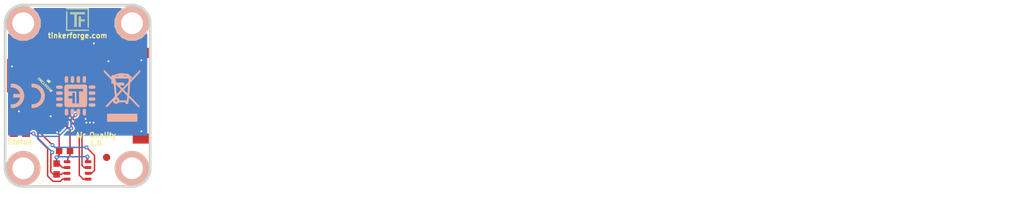
<source format=kicad_pcb>
(kicad_pcb (version 4) (host pcbnew 4.0.2+dfsg1-stable)
  (title_block (title "VOC Bricklet") (date 2017-11-13) (rev 1.0) (company "Tinkerforge GmbH") (comment 1 "Licensed under CERN OHL v.1.1") (comment 2 "Copyright (©) 2017, L.Lauer <lukas@tinkerforge.com>"))
  (layers (0 F.Cu signal) (31 B.Cu signal hide) (34 B.Paste user) (35 F.Paste user) (36 B.SilkS user) (37 F.SilkS user) (38 B.Mask user) (39 F.Mask user) (44 Edge.Cuts user))
  (net 0 "")
  (net 1 GND)
  (net 2 VCC)
  (net 3 "Net-(D101-Pad2)")
  (net 4 "Net-(P101-Pad4)")
  (net 5 "Net-(P101-Pad5)")
  (net 6 "Net-(P101-Pad6)")
  (net 7 "Net-(C102-Pad2)")
  (net 8 "Net-(R101-Pad1)")
  (net 9 S-MISO)
  (net 10 S-CS)
  (net 11 S-CLK)
  (net 12 S-MOSI)
  (net 13 "Net-(P102-Pad1)")
  (net 14 "Net-(P103-Pad2)")
  (net 15 M-CS)
  (net 16 M-MOSI)
  (net 17 M-CLK)
  (net 18 M-MISO)
  (net 19 +5V)
  (net 20 "Net-(U2-Pad1)")
  (net 21 "Net-(U2-Pad2)")
  (net 22 "Net-(U2-Pad4)")
  (net 23 "Net-(U2-Pad5)")
  (net 24 "Net-(U2-Pad6)")
  (net 25 "Net-(U2-Pad8)")
  (net 26 "Net-(U2-Pad9)")
  (net 27 "Net-(U2-Pad10)")
  (net 28 "Net-(U2-Pad11)")
  (net 29 "Net-(U2-Pad12)")
  (net 30 "Net-(U2-Pad14)")
  (net 31 "Net-(U2-Pad15)")
  (net 32 "Net-(U2-Pad16)")
  (net 33 "Net-(U2-Pad20)")
  (net 34 "Net-(U2-Pad21)")
  (net 35 "Net-(U2-Pad22)")
  (net 36 "Net-(U2-Pad23)")
  (net 37 "Net-(U2-Pad24)")
  (net 38 "Net-(U2-Pad25)")
  (net 39 "Net-(U2-Pad26)")
  (net 40 "Net-(U2-Pad28)")
  (net 41 "Net-(U2-Pad29)")
  (net 42 "Net-(U2-Pad30)")
  (net 43 "Net-(U2-Pad31)")
  (net 44 "Net-(U2-Pad32)")
  (net 45 "Net-(U2-Pad34)")
  (net 46 "Net-(U2-Pad41)")
  (net 47 "Net-(U2-Pad42)")
  (net 48 "Net-(U2-Pad43)")
  (net 49 "Net-(U2-Pad47)")
  (net 50 "Net-(U2-Pad48)")
  (module kicad-libraries:Logo_31x31 (layer F.Cu) (at 143.5 128.9)
    (fp_text reference G*** hide)
    (fp_text value Logo_31x31 hide)
  )
  (module kicad-libraries:Logo_CoMCU (layer B.Cu) (at 144.84 141.01 180)
    (fp_text reference G*** hide)
    (fp_text value LOGO hide)
  )
  (module kicad-libraries:WEEE_7mm (layer B.Cu) (at 151.24 141.01 180)
    (fp_text reference G*** hide)
    (fp_text value LOGO hide)
  )
  (module kicad-libraries:CE_5mm (layer B.Cu) (at 138.19 141.01 180)
    (fp_text reference VAL hide)
    (fp_text value CE_5mm hide)
  )
  (module kicad-libraries:Fiducial_Mark (layer F.Cu) (at 149.1 149.5)
    (fp_text reference Fiducial_Mark hide)
    (fp_text value VAL** hide)
    (pad 1 smd circle (at 0 0) (size 1.00076 1.00076) (layers F.Cu F.Paste F.Mask) (clearance 0.65024))
  )
  (module kicad-libraries:Fiducial_Mark (layer F.Cu) (at 153.6 137.5)
    (fp_text reference Fiducial_Mark hide)
    (fp_text value VAL** hide)
    (pad 1 smd circle (at 0 0) (size 1.00076 1.00076) (layers F.Cu F.Paste F.Mask) (clearance 0.65024))
  )
  (module kicad-libraries:DEBUG_PAD (layer F.Cu) (at 143.62 133.93 270)
    (fp_text reference P102)
    (fp_text value DEBUG)
    (pad 1 smd circle (at 0 0 270) (size 0.7 0.7) (layers F.Cu F.Paste F.Mask) (net 13 "Net-(P102-Pad1)"))
  )
  (module kicad-libraries:SolderJumper (layer F.Cu) (at 146.6 134.53 225)
    (fp_text reference P103)
    (fp_text value BOOT)
    (pad 2 smd rect (at 0.55 0 225) (size 0.3 1.4) (layers F.Cu F.Mask) (net 14 "Net-(P103-Pad2)"))
    (pad 2 smd rect (at 0.15 0 225) (size 0.6 0.5) (layers F.Cu F.Mask) (net 14 "Net-(P103-Pad2)"))
    (pad 1 smd rect (at -0.5 0 225) (size 0.4 1.4) (layers F.Cu F.Mask) (net 1 GND))
    (pad 1 smd rect (at -0.225 0.55 225) (size 0.95 0.3) (layers F.Cu F.Mask) (net 1 GND))
    (pad 1 smd rect (at -0.225 -0.55 225) (size 0.95 0.3) (layers F.Cu F.Mask) (net 1 GND))
  )
  (module kicad-libraries:QFN48-EP2 (layer F.Cu) (at 141.1 139 135)
    (fp_text reference U2 (at 0 0 135) (layer F.SilkS) (effects (font (size 0.29972 0.29972) (thickness 0.0762))))
    (fp_text value XMC1XXX48 (at 0 -0.7 135) (layer F.SilkS) (effects (font (size 0.29972 0.29972) (thickness 0.0762))))
    (pad 1 smd rect (at -2.74828 3.61188 315) (size 0.29972 1.14808) (layers F.Cu F.Paste F.Mask) (net 20 "Net-(U2-Pad1)"))
    (pad 2 smd rect (at -2.2479 3.61188 315) (size 0.29972 1.14808) (layers F.Cu F.Paste F.Mask) (net 21 "Net-(U2-Pad2)"))
    (pad 3 smd rect (at -1.74752 3.61188 315) (size 0.29972 1.14808) (layers F.Cu F.Paste F.Mask) (net 9 S-MISO))
    (pad 4 smd rect (at -1.24968 3.61188 315) (size 0.29972 1.14808) (layers F.Cu F.Paste F.Mask) (net 22 "Net-(U2-Pad4)"))
    (pad 5 smd rect (at -0.7493 3.61188 315) (size 0.29972 1.14808) (layers F.Cu F.Paste F.Mask) (net 23 "Net-(U2-Pad5)"))
    (pad 6 smd rect (at -0.24892 3.61188 315) (size 0.29972 1.14808) (layers F.Cu F.Paste F.Mask) (net 24 "Net-(U2-Pad6)"))
    (pad 7 smd rect (at 0.24892 3.61188 315) (size 0.29972 1.14808) (layers F.Cu F.Paste F.Mask) (net 14 "Net-(P103-Pad2)"))
    (pad 8 smd rect (at 0.7493 3.61188 315) (size 0.29972 1.14808) (layers F.Cu F.Paste F.Mask) (net 25 "Net-(U2-Pad8)"))
    (pad 9 smd rect (at 1.24968 3.61188 315) (size 0.29972 1.14808) (layers F.Cu F.Paste F.Mask) (net 26 "Net-(U2-Pad9)"))
    (pad 10 smd rect (at 1.74752 3.61188 315) (size 0.29972 1.14808) (layers F.Cu F.Paste F.Mask) (net 27 "Net-(U2-Pad10)"))
    (pad 11 smd rect (at 2.2479 3.61188 315) (size 0.29972 1.14808) (layers F.Cu F.Paste F.Mask) (net 28 "Net-(U2-Pad11)"))
    (pad 12 smd rect (at 2.74828 3.61188 315) (size 0.29972 1.14808) (layers F.Cu F.Paste F.Mask) (net 29 "Net-(U2-Pad12)"))
    (pad 13 smd rect (at 3.61188 2.74828 45) (size 0.29972 1.14808) (layers F.Cu F.Paste F.Mask) (net 13 "Net-(P102-Pad1)"))
    (pad 14 smd rect (at 3.61188 2.2479 45) (size 0.29972 1.14808) (layers F.Cu F.Paste F.Mask) (net 30 "Net-(U2-Pad14)"))
    (pad 15 smd rect (at 3.61188 1.74752 45) (size 0.29972 1.14808) (layers F.Cu F.Paste F.Mask) (net 31 "Net-(U2-Pad15)"))
    (pad 16 smd rect (at 3.61188 1.24968 45) (size 0.29972 1.14808) (layers F.Cu F.Paste F.Mask) (net 32 "Net-(U2-Pad16)"))
    (pad 17 smd rect (at 3.61188 0.7493 45) (size 0.29972 1.14808) (layers F.Cu F.Paste F.Mask) (net 1 GND))
    (pad 18 smd rect (at 3.61188 0.24892 45) (size 0.29972 1.14808) (layers F.Cu F.Paste F.Mask) (net 2 VCC))
    (pad 19 smd rect (at 3.61188 -0.24892 45) (size 0.29972 1.14808) (layers F.Cu F.Paste F.Mask) (net 2 VCC))
    (pad 20 smd rect (at 3.61188 -0.7493 45) (size 0.29972 1.14808) (layers F.Cu F.Paste F.Mask) (net 33 "Net-(U2-Pad20)"))
    (pad 21 smd rect (at 3.61188 -1.24968 45) (size 0.29972 1.14808) (layers F.Cu F.Paste F.Mask) (net 34 "Net-(U2-Pad21)"))
    (pad 22 smd rect (at 3.61188 -1.74752 45) (size 0.29972 1.14808) (layers F.Cu F.Paste F.Mask) (net 35 "Net-(U2-Pad22)"))
    (pad 23 smd rect (at 3.61188 -2.2479 45) (size 0.29972 1.14808) (layers F.Cu F.Paste F.Mask) (net 36 "Net-(U2-Pad23)"))
    (pad 24 smd rect (at 3.61188 -2.74828 45) (size 0.29972 1.14808) (layers F.Cu F.Paste F.Mask) (net 37 "Net-(U2-Pad24)"))
    (pad 25 smd rect (at 2.74828 -3.61188 135) (size 0.29972 1.14808) (layers F.Cu F.Paste F.Mask) (net 38 "Net-(U2-Pad25)"))
    (pad 26 smd rect (at 2.2479 -3.61188 135) (size 0.29972 1.14808) (layers F.Cu F.Paste F.Mask) (net 39 "Net-(U2-Pad26)"))
    (pad 27 smd rect (at 1.74752 -3.61188 135) (size 0.29972 1.14808) (layers F.Cu F.Paste F.Mask) (net 2 VCC))
    (pad 28 smd rect (at 1.24968 -3.61188 135) (size 0.29972 1.14808) (layers F.Cu F.Paste F.Mask) (net 40 "Net-(U2-Pad28)"))
    (pad 29 smd rect (at 0.7493 -3.61188 135) (size 0.29972 1.14808) (layers F.Cu F.Paste F.Mask) (net 41 "Net-(U2-Pad29)"))
    (pad 30 smd rect (at 0.24892 -3.61188 135) (size 0.29972 1.14808) (layers F.Cu F.Paste F.Mask) (net 42 "Net-(U2-Pad30)"))
    (pad 31 smd rect (at -0.24892 -3.61188 135) (size 0.29972 1.14808) (layers F.Cu F.Paste F.Mask) (net 43 "Net-(U2-Pad31)"))
    (pad 32 smd rect (at -0.7493 -3.61188 135) (size 0.29972 1.14808) (layers F.Cu F.Paste F.Mask) (net 44 "Net-(U2-Pad32)"))
    (pad 33 smd rect (at -1.24968 -3.61188 135) (size 0.29972 1.14808) (layers F.Cu F.Paste F.Mask) (net 8 "Net-(R101-Pad1)"))
    (pad 34 smd rect (at -1.74752 -3.61188 135) (size 0.29972 1.14808) (layers F.Cu F.Paste F.Mask) (net 45 "Net-(U2-Pad34)"))
    (pad 35 smd rect (at -2.2479 -3.61188 135) (size 0.29972 1.14808) (layers F.Cu F.Paste F.Mask) (net 18 M-MISO))
    (pad 36 smd rect (at -2.74828 -3.61188 135) (size 0.29972 1.14808) (layers F.Cu F.Paste F.Mask) (net 16 M-MOSI))
    (pad 37 smd rect (at -3.60934 -2.74828 225) (size 0.29972 1.15062) (layers F.Cu F.Paste F.Mask) (net 1 GND))
    (pad 38 smd rect (at -3.61188 -2.2479 225) (size 0.29972 1.14808) (layers F.Cu F.Paste F.Mask) (net 2 VCC))
    (pad 39 smd rect (at -3.61188 -1.74752 225) (size 0.29972 1.14808) (layers F.Cu F.Paste F.Mask) (net 17 M-CLK))
    (pad 40 smd rect (at -3.61188 -1.24968 225) (size 0.29972 1.14808) (layers F.Cu F.Paste F.Mask) (net 15 M-CS))
    (pad 41 smd rect (at -3.61188 -0.7493 225) (size 0.29972 1.14808) (layers F.Cu F.Paste F.Mask) (net 46 "Net-(U2-Pad41)"))
    (pad 42 smd rect (at -3.61188 -0.24892 225) (size 0.29972 1.14808) (layers F.Cu F.Paste F.Mask) (net 47 "Net-(U2-Pad42)"))
    (pad 43 smd rect (at -3.61188 0.24892 225) (size 0.29972 1.14808) (layers F.Cu F.Paste F.Mask) (net 48 "Net-(U2-Pad43)"))
    (pad 44 smd rect (at -3.61188 0.7493 225) (size 0.29972 1.14808) (layers F.Cu F.Paste F.Mask) (net 10 S-CS))
    (pad 45 smd rect (at -3.61188 1.24968 225) (size 0.29972 1.14808) (layers F.Cu F.Paste F.Mask) (net 11 S-CLK))
    (pad 46 smd rect (at -3.61188 1.74752 225) (size 0.29972 1.14808) (layers F.Cu F.Paste F.Mask) (net 12 S-MOSI))
    (pad 47 smd rect (at -3.61188 2.2479 225) (size 0.29972 1.14808) (layers F.Cu F.Paste F.Mask) (net 49 "Net-(U2-Pad47)"))
    (pad 48 smd rect (at -3.61188 2.74828 225) (size 0.29972 1.14808) (layers F.Cu F.Paste F.Mask) (net 50 "Net-(U2-Pad48)"))
    (pad EP smd rect (at 0 0 135) (size 3.5 3.5) (layers F.Cu F.Paste F.Mask) (net 1 GND))
  )
  (module kicad-libraries:BME680 (layer F.Cu) (at 145.1 151.3 270)
    (fp_text reference U1)
    (fp_text value BME680)
    (pad 2 smd rect (at -0.4 -1.45 270) (size 0.4 0.9) (layers F.Cu F.Paste F.Mask) (net 15 M-CS))
    (pad 3 smd rect (at 0.4 -1.45 270) (size 0.4 0.9) (layers F.Cu F.Paste F.Mask) (net 16 M-MOSI))
    (pad 4 smd rect (at 1.2 -1.45 270) (size 0.4 0.9) (layers F.Cu F.Paste F.Mask) (net 17 M-CLK))
    (pad 1 smd rect (at -1.2 -1.45 270) (size 0.4 0.9) (layers F.Cu F.Paste F.Mask) (net 1 GND))
    (pad 8 smd rect (at -1.2 1.45 270) (size 0.4 0.9) (layers F.Cu F.Paste F.Mask) (net 2 VCC))
    (pad 5 smd rect (at 1.2 1.45 270) (size 0.4 0.9) (layers F.Cu F.Paste F.Mask) (net 18 M-MISO))
    (pad 7 smd rect (at -0.4 1.45 270) (size 0.4 0.9) (layers F.Cu F.Paste F.Mask) (net 1 GND))
    (pad 6 smd rect (at 0.4 1.45 270) (size 0.4 0.9) (layers F.Cu F.Paste F.Mask) (net 2 VCC))
  )
  (module kicad-libraries:C0603F (layer F.Cu) (at 142.2 151.1 90)
    (fp_text reference C1)
    (fp_text value 100nF)
    (pad 1 smd rect (at -0.75 0 90) (size 0.9 0.9) (layers F.Cu F.Paste F.Mask) (net 2 VCC))
    (pad 2 smd rect (at 0.75 0 90) (size 0.9 0.9) (layers F.Cu F.Paste F.Mask) (net 1 GND))
  )
  (module kicad-libraries:C0603F (layer F.Cu) (at 137 142.1 315)
    (fp_text reference C2)
    (fp_text value 100nF)
    (pad 1 smd rect (at -0.75 0 315) (size 0.9 0.9) (layers F.Cu F.Paste F.Mask) (net 2 VCC))
    (pad 2 smd rect (at 0.75 0 315) (size 0.9 0.9) (layers F.Cu F.Paste F.Mask) (net 1 GND))
  )
  (module kicad-libraries:C0603F (layer F.Cu) (at 137.1 135.9 225)
    (fp_text reference C3)
    (fp_text value 100nF)
    (pad 1 smd rect (at -0.75 0 225) (size 0.9 0.9) (layers F.Cu F.Paste F.Mask) (net 2 VCC))
    (pad 2 smd rect (at 0.75 0 225) (size 0.9 0.9) (layers F.Cu F.Paste F.Mask) (net 1 GND))
  )
  (module kicad-libraries:C0805 (layer F.Cu) (at 148.5 143.4 90)
    (fp_text reference C101)
    (fp_text value 10uF)
    (pad 1 smd rect (at -1.00076 0 90) (size 1.00076 1.24968) (layers F.Cu F.Paste F.Mask) (net 1 GND) (clearance 0.14986))
    (pad 2 smd rect (at 1.00076 0 90) (size 1.00076 1.24968) (layers F.Cu F.Paste F.Mask) (net 2 VCC) (clearance 0.14986))
  )
  (module kicad-libraries:C0402F (layer F.Cu) (at 148.7 136.75 270)
    (fp_text reference C102)
    (fp_text value 220pF)
    (pad 2 smd rect (at 0.5 0 270) (size 0.6 0.7) (layers F.Cu F.Paste F.Mask) (net 7 "Net-(C102-Pad2)"))
    (pad 1 smd rect (at -0.5 0 270) (size 0.6 0.7) (layers F.Cu F.Paste F.Mask) (net 1 GND))
  )
  (module kicad-libraries:C0603F (layer F.Cu) (at 147 143.2 90)
    (fp_text reference C103)
    (fp_text value 1uF)
    (pad 1 smd rect (at -0.75 0 90) (size 0.9 0.9) (layers F.Cu F.Paste F.Mask) (net 1 GND))
    (pad 2 smd rect (at 0.75 0 90) (size 0.9 0.9) (layers F.Cu F.Paste F.Mask) (net 2 VCC))
  )
  (module kicad-libraries:C0603F (layer F.Cu) (at 142.27 144.98 225)
    (fp_text reference C104)
    (fp_text value 100nF)
    (pad 1 smd rect (at -0.75 0 225) (size 0.9 0.9) (layers F.Cu F.Paste F.Mask) (net 2 VCC))
    (pad 2 smd rect (at 0.75 0 225) (size 0.9 0.9) (layers F.Cu F.Paste F.Mask) (net 1 GND))
  )
  (module kicad-libraries:C0603F (layer F.Cu) (at 143.3 148.6 180)
    (fp_text reference C105)
    (fp_text value 100nF)
    (pad 1 smd rect (at -0.75 0 180) (size 0.9 0.9) (layers F.Cu F.Paste F.Mask) (net 2 VCC))
    (pad 2 smd rect (at 0.75 0 180) (size 0.9 0.9) (layers F.Cu F.Paste F.Mask) (net 1 GND))
  )
  (module kicad-libraries:D0603E (layer F.Cu) (at 137.14 146.18 180)
    (fp_text reference D101)
    (fp_text value blue)
    (pad 1 smd rect (at -0.8501 0 180) (size 1.1 1) (layers F.Cu F.Paste F.Mask) (net 2 VCC))
    (pad 2 smd rect (at 0.8501 0 180) (size 1.1 1) (layers F.Cu F.Paste F.Mask) (net 3 "Net-(D101-Pad2)"))
  )
  (module kicad-libraries:CON-SENSOR2 (layer F.Cu) (at 155.1 141 90)
    (fp_text reference P101)
    (fp_text value CON-SENSOR2)
    (pad 1 smd rect (at -3.75 -4.6 90) (size 0.6 1.8) (layers F.Cu F.Paste F.Mask) (net 19 +5V))
    (pad 2 smd rect (at -2.5 -4.6 90) (size 0.6 1.8) (layers F.Cu F.Paste F.Mask) (net 1 GND))
    (pad EP smd rect (at -5.9 -1.2 90) (size 1.4 2.4) (layers F.Cu F.Paste F.Mask) (net 1 GND))
    (pad EP smd rect (at 5.9 -1.2 90) (size 1.4 2.4) (layers F.Cu F.Paste F.Mask) (net 1 GND))
    (pad 3 smd rect (at -1.25 -4.6 90) (size 0.6 1.8) (layers F.Cu F.Paste F.Mask) (net 2 VCC))
    (pad 4 smd rect (at 0 -4.6 90) (size 0.6 1.8) (layers F.Cu F.Paste F.Mask) (net 4 "Net-(P101-Pad4)"))
    (pad 5 smd rect (at 1.25 -4.6 90) (size 0.6 1.8) (layers F.Cu F.Paste F.Mask) (net 5 "Net-(P101-Pad5)"))
    (pad 6 smd rect (at 2.5 -4.6 90) (size 0.6 1.8) (layers F.Cu F.Paste F.Mask) (net 6 "Net-(P101-Pad6)"))
    (pad 7 smd rect (at 3.75 -4.6 90) (size 0.6 1.8) (layers F.Cu F.Paste F.Mask) (net 7 "Net-(C102-Pad2)"))
  )
  (module kicad-libraries:R0603F (layer F.Cu) (at 137.14 144.83 180)
    (fp_text reference R101)
    (fp_text value 1k)
    (pad 1 smd rect (at -0.75 0 180) (size 0.9 0.9) (layers F.Cu F.Paste F.Mask) (net 8 "Net-(R101-Pad1)"))
    (pad 2 smd rect (at 0.75 0 180) (size 0.9 0.9) (layers F.Cu F.Paste F.Mask) (net 3 "Net-(D101-Pad2)"))
  )
  (module kicad-libraries:4X0402 (layer F.Cu) (at 148.19 139.42 90)
    (fp_text reference RP101)
    (fp_text value 82)
    (pad 1 smd rect (at -0.7493 0.575 270) (size 0.29972 0.65) (layers F.Cu F.Paste F.Mask) (net 4 "Net-(P101-Pad4)"))
    (pad 2 smd rect (at -0.24892 0.575 270) (size 0.29972 0.65) (layers F.Cu F.Paste F.Mask) (net 5 "Net-(P101-Pad5)"))
    (pad 3 smd rect (at 0.24892 0.575 270) (size 0.29972 0.65) (layers F.Cu F.Paste F.Mask) (net 6 "Net-(P101-Pad6)"))
    (pad 4 smd rect (at 0.7493 0.575 270) (size 0.29972 0.65) (layers F.Cu F.Paste F.Mask) (net 7 "Net-(C102-Pad2)"))
    (pad 5 smd rect (at 0.7493 -0.575 90) (size 0.29972 0.65) (layers F.Cu F.Paste F.Mask) (net 9 S-MISO))
    (pad 6 smd rect (at 0.24892 -0.575 90) (size 0.29972 0.65) (layers F.Cu F.Paste F.Mask) (net 12 S-MOSI))
    (pad 7 smd rect (at -0.24892 -0.575 90) (size 0.29972 0.65) (layers F.Cu F.Paste F.Mask) (net 11 S-CLK))
    (pad 8 smd rect (at -0.7493 -0.575 90) (size 0.29972 0.65) (layers F.Cu F.Paste F.Mask) (net 10 S-CS))
  )
  (module kicad-libraries:DRILL_NP (layer F.Cu) (at 152.6 131)
    (fp_text reference U103 hide)
    (fp_text value DRILL hide)
    (pad "" np_thru_hole circle (at 0 0) (size 2.99974 2.99974) (drill 2.99974) (layers *.Cu *.Mask F.SilkS) (clearance 0.89916))
  )
  (module kicad-libraries:DRILL_NP (layer F.Cu) (at 152.6 151)
    (fp_text reference U104 hide)
    (fp_text value DRILL hide)
    (pad "" np_thru_hole circle (at 0 0) (size 2.99974 2.99974) (drill 2.99974) (layers *.Cu *.Mask F.SilkS) (clearance 0.89916))
  )
  (module kicad-libraries:DRILL_NP (layer F.Cu) (at 137.6 131)
    (fp_text reference U105 hide)
    (fp_text value DRILL hide)
    (pad "" np_thru_hole circle (at 0 0) (size 2.99974 2.99974) (drill 2.99974) (layers *.Cu *.Mask F.SilkS) (clearance 0.89916))
  )
  (module kicad-libraries:DRILL_NP (layer F.Cu) (at 137.6 151)
    (fp_text reference U106 hide)
    (fp_text value DRILL hide)
    (pad "" np_thru_hole circle (at 0 0) (size 2.99974 2.99974) (drill 2.99974) (layers *.Cu *.Mask F.SilkS) (clearance 0.89916))
  )
  (gr_line (start 137.6 128.5) (end 152.6 128.5) (angle 90) (layer Edge.Cuts) (width 0.381))
  (gr_line (start 135.1 151) (end 135.1 131) (angle 90) (layer Edge.Cuts) (width 0.381))
  (gr_line (start 137.6 153.5) (end 152.6 153.5) (angle 90) (layer Edge.Cuts) (width 0.381))
  (gr_arc (start 137.6 151) (end 137.6 153.5) (angle 90) (layer Edge.Cuts) (width 0.381))
  (gr_arc (start 137.6 131) (end 135.1 131) (angle 90) (layer Edge.Cuts) (width 0.381))
  (gr_text Status (at 137.14 147.36) (layer F.SilkS) (effects (font (size 0.7 0.7))))
  (gr_text "Air Quality\n1.0" (at 147.6 147) (layer F.SilkS) (effects (font (size 0.7 0.7))))
  (gr_text tinkerforge.com (at 145.1 132.7) (layer F.SilkS) (effects (font (size 0.7 0.7))))
  (gr_line (start 155.1 151) (end 155.1 131) (angle 90) (layer Edge.Cuts) (width 0.381))
  (gr_arc (start 152.6 151) (end 155.1 151) (angle 90) (layer Edge.Cuts) (width 0.381))
  (gr_arc (start 152.6 131) (end 152.6 128.5) (angle 90) (layer Edge.Cuts) (width 0.381))
  (segment (start 148.7 136.25) (end 149.35 136.25) (width 0.55) (layer F.Cu) (net 1))
  (via (at 149.35 136.25) (size 0.55) (drill 0.25) (layers F.Cu B.Cu) (net 1))
  (segment (start 143.65 150.9) (end 143 150.9) (width 0.2) (layer F.Cu) (net 1))
  (segment (start 143 150.9) (end 142.45 150.35) (width 0.2) (layer F.Cu) (net 1))
  (segment (start 142.45 150.35) (end 142.2 150.35) (width 0.2) (layer F.Cu) (net 1))
  (via (at 142.2 149.5) (size 0.55) (drill 0.25) (layers F.Cu B.Cu) (net 1))
  (via (at 146.45 149.41) (size 0.55) (drill 0.25) (layers F.Cu B.Cu) (net 1))
  (segment (start 146.45 150.1) (end 146.45 149.41) (width 0.3) (layer F.Cu) (net 1))
  (segment (start 142.29 149.41) (end 146.45 149.41) (width 0.2) (layer B.Cu) (net 1))
  (segment (start 142.29 149.41) (end 142.2 149.5) (width 0.2) (layer B.Cu) (net 1))
  (segment (start 142.55 148.6) (end 142.55 146.32) (width 0.2) (layer F.Cu) (net 1))
  (via (at 142.27 146.04) (size 0.55) (drill 0.25) (layers F.Cu B.Cu) (net 1))
  (segment (start 142.27 146.04) (end 141.74033 145.51033) (width 0.55) (layer F.Cu) (net 1))
  (segment (start 142.55 146.32) (end 142.27 146.04) (width 0.2) (layer F.Cu) (net 1))
  (segment (start 142.55 148.6) (end 142.55 149.15) (width 0.2) (layer F.Cu) (net 1))
  (segment (start 142.2 149.5) (end 142.2 150.35) (width 0.2) (layer F.Cu) (net 1))
  (segment (start 142.55 149.15) (end 142.2 149.5) (width 0.2) (layer F.Cu) (net 1))
  (segment (start 143.75 150.9) (end 143.5 150.9) (width 0.2) (layer F.Cu) (net 1))
  (segment (start 146.953553 134.176447) (end 146.953553 134.166447) (width 0.3) (layer F.Cu) (net 1))
  (segment (start 146.953553 134.166447) (end 147.34 133.78) (width 0.3) (layer F.Cu) (net 1))
  (via (at 147.34 133.78) (size 0.55) (drill 0.25) (layers F.Cu B.Cu) (net 1))
  (segment (start 146.953553 134.176447) (end 146.953553 134.183553) (width 0.2) (layer F.Cu) (net 1))
  (segment (start 146.953553 134.183553) (end 147.27 134.5) (width 0.2) (layer F.Cu) (net 1))
  (segment (start 147.27 134.5) (end 147.27 134.65) (width 0.2) (layer F.Cu) (net 1))
  (segment (start 147.27 134.65) (end 147.05 134.87) (width 0.2) (layer F.Cu) (net 1))
  (segment (start 147.05 134.87) (end 147.148008 134.75981) (width 0.2) (layer F.Cu) (net 1))
  (segment (start 146.37019 133.981992) (end 146.438008 133.981992) (width 0.2) (layer F.Cu) (net 1))
  (segment (start 146.438008 133.981992) (end 146.61 133.81) (width 0.2) (layer F.Cu) (net 1))
  (segment (start 146.61 133.81) (end 146.61 133.86) (width 0.2) (layer F.Cu) (net 1))
  (segment (start 146.61 133.86) (end 146.93 134.18) (width 0.2) (layer F.Cu) (net 1))
  (segment (start 146.93 134.18) (end 146.953553 134.176447) (width 0.2) (layer F.Cu) (net 1))
  (segment (start 141.73967 145.51033) (end 141.74033 145.51033) (width 0.55) (layer F.Cu) (net 1))
  (via (at 137.01 143.15) (size 0.55) (drill 0.25) (layers F.Cu B.Cu) (net 1))
  (segment (start 137.52967 142.63033) (end 137.01 143.15) (width 0.55) (layer F.Cu) (net 1))
  (segment (start 137.53033 142.63033) (end 137.52967 142.63033) (width 0.55) (layer F.Cu) (net 1))
  (via (at 136.04 136.96) (size 0.55) (drill 0.25) (layers F.Cu B.Cu) (net 1))
  (segment (start 136.56967 136.43033) (end 136.04 136.96) (width 0.55) (layer F.Cu) (net 1))
  (segment (start 141.708861 143.495516) (end 141.704484 143.495516) (width 0.2) (layer F.Cu) (net 1))
  (segment (start 141.704484 143.495516) (end 141.38 143.82) (width 0.2) (layer F.Cu) (net 1))
  (via (at 141.38 143.82) (size 0.55) (drill 0.25) (layers F.Cu B.Cu) (net 1))
  (via (at 141.1 139) (size 0.55) (drill 0.25) (layers F.Cu B.Cu) (net 1))
  (segment (start 141.1 137.94) (end 141.1 139) (width 0.2) (layer F.Cu) (net 1))
  (segment (start 141.546447 140.1) (end 141.5 140.1) (width 0.25) (layer F.Cu) (net 1))
  (segment (start 153.9 135.1) (end 153.9 136.1) (width 0.55) (layer F.Cu) (net 1))
  (via (at 153.9 136.1) (size 0.55) (drill 0.25) (layers F.Cu B.Cu) (net 1))
  (segment (start 153.9 146.9) (end 153.9 145.9) (width 0.55) (layer F.Cu) (net 1))
  (via (at 153.9 145.9) (size 0.55) (drill 0.25) (layers F.Cu B.Cu) (net 1))
  (segment (start 148.5 144.40076) (end 147.90076 144.40076) (width 0.5) (layer F.Cu) (net 1))
  (segment (start 147.90076 144.40076) (end 147.45 143.95) (width 0.55) (layer F.Cu) (net 1))
  (segment (start 147.45 143.95) (end 147 143.95) (width 0.5) (layer F.Cu) (net 1))
  (segment (start 150.5 143.5) (end 149.9 143.5) (width 0.5) (layer F.Cu) (net 1))
  (segment (start 149.9 143.5) (end 148.99924 144.40076) (width 0.5) (layer F.Cu) (net 1))
  (segment (start 148.99924 144.40076) (end 148.5 144.40076) (width 0.5) (layer F.Cu) (net 1))
  (segment (start 147 143.95) (end 146.45 143.95) (width 0.55) (layer F.Cu) (net 1))
  (via (at 146.2 144.2) (size 0.55) (drill 0.25) (layers F.Cu B.Cu) (net 1))
  (segment (start 146.45 143.95) (end 146.2 144.2) (width 0.55) (layer F.Cu) (net 1))
  (segment (start 147 143.95) (end 146.95 143.95) (width 0.5) (layer F.Cu) (net 1))
  (segment (start 146.95 143.95) (end 146.3 144.6) (width 0.55) (layer F.Cu) (net 1))
  (via (at 146.3 144.7) (size 0.55) (drill 0.25) (layers F.Cu B.Cu) (net 1))
  (segment (start 146.3 144.6) (end 146.3 144.7) (width 0.55) (layer F.Cu) (net 1))
  (segment (start 147 143.95) (end 147 144.5) (width 0.55) (layer F.Cu) (net 1))
  (via (at 146.8 144.7) (size 0.55) (drill 0.25) (layers F.Cu B.Cu) (net 1))
  (segment (start 147 144.5) (end 146.8 144.7) (width 0.55) (layer F.Cu) (net 1))
  (segment (start 147 143.95) (end 147 144.4) (width 0.55) (layer F.Cu) (net 1))
  (segment (start 147 144.4) (end 147.3 144.7) (width 0.55) (layer F.Cu) (net 1))
  (via (at 147.3 144.7) (size 0.55) (drill 0.25) (layers F.Cu B.Cu) (net 1))
  (segment (start 139.07585 135.91618) (end 139.07618 135.91618) (width 0.2) (layer F.Cu) (net 1))
  (segment (start 139.07618 135.91618) (end 141.1 137.94) (width 0.2) (layer F.Cu) (net 1))
  (segment (start 142.2 151.85) (end 141.760002 151.85) (width 0.2) (layer F.Cu) (net 2))
  (segment (start 141.760002 151.85) (end 141.410002 151.5) (width 0.2) (layer F.Cu) (net 2))
  (segment (start 141.6 148.8) (end 139.4 146.6) (width 0.2) (layer B.Cu) (net 2))
  (via (at 141.6 148.8) (size 0.55) (drill 0.25) (layers F.Cu B.Cu) (net 2))
  (segment (start 141.410002 148.989998) (end 141.6 148.8) (width 0.2) (layer F.Cu) (net 2))
  (segment (start 141.410002 151.5) (end 141.410002 148.989998) (width 0.2) (layer F.Cu) (net 2))
  (segment (start 144.22 145.49) (end 143.61 145.49) (width 0.2) (layer B.Cu) (net 2))
  (segment (start 138.98 146.18) (end 137.9901 146.18) (width 0.2) (layer F.Cu) (net 2))
  (segment (start 139 146.2) (end 138.98 146.18) (width 0.2) (layer F.Cu) (net 2))
  (via (at 139 146.2) (size 0.55) (drill 0.25) (layers F.Cu B.Cu) (net 2))
  (segment (start 139.4 146.6) (end 139 146.2) (width 0.2) (layer B.Cu) (net 2))
  (segment (start 142.5 146.6) (end 139.4 146.6) (width 0.2) (layer B.Cu) (net 2))
  (segment (start 143.61 145.49) (end 142.5 146.6) (width 0.2) (layer B.Cu) (net 2))
  (segment (start 144.05 148.6) (end 144.05 145.66) (width 0.2) (layer F.Cu) (net 2))
  (segment (start 144.05 145.66) (end 144.22 145.49) (width 0.2) (layer F.Cu) (net 2))
  (segment (start 143.75 151.7) (end 143 151.7) (width 0.2) (layer F.Cu) (net 2))
  (segment (start 142.85 151.85) (end 142.2 151.85) (width 0.2) (layer F.Cu) (net 2))
  (segment (start 143 151.7) (end 142.85 151.85) (width 0.2) (layer F.Cu) (net 2))
  (segment (start 143.75 150.1) (end 143.75 149.55) (width 0.2) (layer F.Cu) (net 2))
  (segment (start 144.05 149.25) (end 144.05 148.6) (width 0.2) (layer F.Cu) (net 2))
  (segment (start 143.75 149.55) (end 144.05 149.25) (width 0.2) (layer F.Cu) (net 2))
  (via (at 144.22 145.49) (size 0.55) (drill 0.25) (layers F.Cu B.Cu) (net 2))
  (segment (start 147 142.45) (end 146 142.45) (width 0.3) (layer F.Cu) (net 2))
  (segment (start 144.81 143.64) (end 144.22 144.23) (width 0.3) (layer B.Cu) (net 2))
  (via (at 144.81 143.64) (size 0.55) (drill 0.25) (layers F.Cu B.Cu) (net 2))
  (segment (start 146 142.45) (end 144.81 143.64) (width 0.3) (layer F.Cu) (net 2))
  (segment (start 144.22 144.23) (end 144.22 145.49) (width 0.3) (layer B.Cu) (net 2))
  (segment (start 143.84 145.49) (end 144.22 145.49) (width 0.3) (layer F.Cu) (net 2))
  (segment (start 142.80033 144.45033) (end 143.84 145.49) (width 0.3) (layer F.Cu) (net 2))
  (segment (start 142.80033 144.44967) (end 142.80033 144.45033) (width 0.3) (layer F.Cu) (net 2))
  (segment (start 136.46967 141.56967) (end 136.46967 141.41967) (width 0.2) (layer F.Cu) (net 2))
  (segment (start 136.46967 141.41967) (end 135.48 140.43) (width 0.2) (layer F.Cu) (net 2))
  (segment (start 137.21066 134.95) (end 137.63033 135.36967) (width 0.2) (layer F.Cu) (net 2))
  (segment (start 136.55 134.95) (end 137.21066 134.95) (width 0.2) (layer F.Cu) (net 2))
  (segment (start 135.48 136.02) (end 136.55 134.95) (width 0.2) (layer F.Cu) (net 2))
  (segment (start 135.48 140.43) (end 135.48 136.02) (width 0.2) (layer F.Cu) (net 2))
  (segment (start 136.46967 141.56967) (end 136.46967 141.58033) (width 0.2) (layer F.Cu) (net 2))
  (segment (start 136.46967 141.58033) (end 136.05 142) (width 0.2) (layer F.Cu) (net 2))
  (segment (start 137.35 146.18) (end 137.9901 146.18) (width 0.2) (layer F.Cu) (net 2))
  (segment (start 137.13 145.96) (end 137.35 146.18) (width 0.2) (layer F.Cu) (net 2))
  (segment (start 137.13 144.12) (end 137.13 145.96) (width 0.2) (layer F.Cu) (net 2))
  (segment (start 136.05 143.04) (end 137.13 144.12) (width 0.2) (layer F.Cu) (net 2))
  (segment (start 136.05 142) (end 136.05 143.04) (width 0.2) (layer F.Cu) (net 2))
  (segment (start 142.06448 143.14349) (end 142.06448 143.15448) (width 0.2) (layer F.Cu) (net 2))
  (segment (start 142.06448 143.15448) (end 142.51 143.6) (width 0.2) (layer F.Cu) (net 2))
  (segment (start 142.51 143.6) (end 142.51 143.92) (width 0.2) (layer F.Cu) (net 2))
  (segment (start 142.51 143.92) (end 142.80033 144.21033) (width 0.2) (layer F.Cu) (net 2))
  (segment (start 142.80033 144.21033) (end 142.80033 144.44967) (width 0.2) (layer F.Cu) (net 2))
  (segment (start 137.310332 140.318302) (end 137.291698 140.318302) (width 0.2) (layer F.Cu) (net 2))
  (segment (start 137.291698 140.318302) (end 136.81 140.8) (width 0.2) (layer F.Cu) (net 2))
  (segment (start 136.81 140.8) (end 136.81 141.22934) (width 0.2) (layer F.Cu) (net 2))
  (segment (start 136.81 141.22934) (end 136.46967 141.56967) (width 0.2) (layer F.Cu) (net 2))
  (segment (start 137.63033 135.36967) (end 137.63033 135.67033) (width 0.2) (layer F.Cu) (net 2))
  (segment (start 137.63033 135.67033) (end 137.88 135.92) (width 0.2) (layer F.Cu) (net 2))
  (segment (start 137.88 135.92) (end 137.88 136.132026) (width 0.2) (layer F.Cu) (net 2))
  (segment (start 137.63033 135.36967) (end 137.821696 135.36967) (width 0.2) (layer F.Cu) (net 2))
  (segment (start 137.821696 135.36967) (end 138.722028 136.270002) (width 0.2) (layer F.Cu) (net 2))
  (segment (start 148.5 142.39924) (end 147.05076 142.39924) (width 0.55) (layer F.Cu) (net 2))
  (segment (start 147.05076 142.39924) (end 147 142.45) (width 0.5) (layer F.Cu) (net 2))
  (segment (start 150.5 142.25) (end 149.45 142.25) (width 0.5) (layer F.Cu) (net 2))
  (segment (start 149.30076 142.39924) (end 148.5 142.39924) (width 0.5) (layer F.Cu) (net 2))
  (segment (start 149.45 142.25) (end 149.30076 142.39924) (width 0.5) (layer F.Cu) (net 2))
  (segment (start 137.88 136.132026) (end 138.370002 136.622028) (width 0.2) (layer F.Cu) (net 2))
  (segment (start 136.39 144.83) (end 136.39 146.0799) (width 0.2) (layer F.Cu) (net 3))
  (segment (start 136.39 146.0799) (end 136.2899 146.18) (width 0.2) (layer F.Cu) (net 3))
  (segment (start 148.765 140.1693) (end 149.2793 140.1693) (width 0.2) (layer F.Cu) (net 4))
  (segment (start 149.56 141) (end 150.5 141) (width 0.2) (layer F.Cu) (net 4))
  (segment (start 149.45 140.89) (end 149.56 141) (width 0.2) (layer F.Cu) (net 4))
  (segment (start 149.45 140.34) (end 149.45 140.89) (width 0.2) (layer F.Cu) (net 4))
  (segment (start 149.2793 140.1693) (end 149.45 140.34) (width 0.2) (layer F.Cu) (net 4))
  (segment (start 150.5 139.75) (end 149.5 139.75) (width 0.2) (layer F.Cu) (net 5))
  (segment (start 149.41892 139.66892) (end 148.765 139.66892) (width 0.2) (layer F.Cu) (net 5))
  (segment (start 149.5 139.75) (end 149.41892 139.66892) (width 0.2) (layer F.Cu) (net 5))
  (segment (start 148.765 139.17108) (end 149.23892 139.17108) (width 0.2) (layer F.Cu) (net 6))
  (segment (start 149.54 138.5) (end 150.5 138.5) (width 0.2) (layer F.Cu) (net 6))
  (segment (start 149.4 138.64) (end 149.54 138.5) (width 0.2) (layer F.Cu) (net 6))
  (segment (start 149.4 139.01) (end 149.4 138.64) (width 0.2) (layer F.Cu) (net 6))
  (segment (start 149.23892 139.17108) (end 149.4 139.01) (width 0.2) (layer F.Cu) (net 6))
  (segment (start 150.5 138.5) (end 149.97 138.5) (width 0.2) (layer F.Cu) (net 6))
  (segment (start 148.7 137.25) (end 148.7 138.6057) (width 0.2) (layer F.Cu) (net 7))
  (segment (start 148.7 138.6057) (end 148.765 138.6707) (width 0.2) (layer F.Cu) (net 7))
  (segment (start 150.5 137.25) (end 148.7 137.25) (width 0.2) (layer F.Cu) (net 7))
  (segment (start 148.7 138.6057) (end 148.765 138.6707) (width 0.2) (layer F.Cu) (net 7))
  (segment (start 137.89 144.83) (end 137.89 143.977314) (width 0.2) (layer F.Cu) (net 8))
  (segment (start 137.89 143.977314) (end 139.429672 142.437642) (width 0.2) (layer F.Cu) (net 8))
  (segment (start 144.889668 137.681698) (end 144.889668 137.660332) (width 0.2) (layer F.Cu) (net 9))
  (segment (start 144.889668 137.660332) (end 145.4 137.15) (width 0.2) (layer F.Cu) (net 9))
  (segment (start 146.9407 138.6707) (end 147.615 138.6707) (width 0.2) (layer F.Cu) (net 9))
  (segment (start 146.64 138.37) (end 146.9407 138.6707) (width 0.2) (layer F.Cu) (net 9))
  (segment (start 146.64 137.98) (end 146.64 138.37) (width 0.2) (layer F.Cu) (net 9))
  (segment (start 145.81 137.15) (end 146.64 137.98) (width 0.2) (layer F.Cu) (net 9))
  (segment (start 145.4 137.15) (end 145.81 137.15) (width 0.2) (layer F.Cu) (net 9))
  (segment (start 144.889668 137.681698) (end 144.889668 137.680332) (width 0.2) (layer F.Cu) (net 9))
  (segment (start 147.615 140.1693) (end 147.315678 140.1693) (width 0.2) (layer F.Cu) (net 10))
  (segment (start 147.315678 140.1693) (end 145.894978 141.59) (width 0.2) (layer F.Cu) (net 10))
  (segment (start 145.894978 141.59) (end 144.74967 141.59) (width 0.2) (layer F.Cu) (net 10))
  (segment (start 144.74967 141.59) (end 144.18382 141.02415) (width 0.2) (layer F.Cu) (net 10))
  (segment (start 147.615 139.66892) (end 146.971082 139.66892) (width 0.2) (layer F.Cu) (net 11))
  (segment (start 145.097314 141.23) (end 144.537642 140.670328) (width 0.2) (layer F.Cu) (net 11))
  (segment (start 145.76 141.23) (end 145.097314 141.23) (width 0.2) (layer F.Cu) (net 11))
  (segment (start 146.85 140.14) (end 145.76 141.23) (width 0.2) (layer F.Cu) (net 11))
  (segment (start 146.85 139.790002) (end 146.85 140.14) (width 0.2) (layer F.Cu) (net 11))
  (segment (start 146.971082 139.66892) (end 146.85 139.790002) (width 0.2) (layer F.Cu) (net 11))
  (segment (start 144.889668 140.318302) (end 144.889668 140.319668) (width 0.2) (layer F.Cu) (net 12))
  (segment (start 144.889668 140.319668) (end 145.37 140.8) (width 0.2) (layer F.Cu) (net 12))
  (segment (start 145.37 140.8) (end 145.67 140.8) (width 0.2) (layer F.Cu) (net 12))
  (segment (start 145.67 140.8) (end 146.46 140.01) (width 0.2) (layer F.Cu) (net 12))
  (segment (start 146.46 140.01) (end 146.46 139.55) (width 0.2) (layer F.Cu) (net 12))
  (segment (start 146.46 139.55) (end 146.83892 139.17108) (width 0.2) (layer F.Cu) (net 12))
  (segment (start 146.83892 139.17108) (end 147.615 139.17108) (width 0.2) (layer F.Cu) (net 12))
  (segment (start 140.489343 134.502688) (end 140.489343 134.490657) (width 0.2) (layer F.Cu) (net 13))
  (segment (start 140.489343 134.490657) (end 141.38 133.6) (width 0.2) (layer F.Cu) (net 13))
  (segment (start 141.38 133.6) (end 143.29 133.6) (width 0.2) (layer F.Cu) (net 13))
  (segment (start 143.29 133.6) (end 143.62 133.93) (width 0.2) (layer F.Cu) (net 13))
  (segment (start 146.493934 134.636066) (end 146.211091 134.918909) (width 0.2) (layer F.Cu) (net 14))
  (segment (start 143.477972 136.270002) (end 143.477972 136.262028) (width 0.2) (layer F.Cu) (net 14))
  (segment (start 143.477972 136.262028) (end 144.42 135.32) (width 0.2) (layer F.Cu) (net 14))
  (segment (start 144.42 135.32) (end 145.81 135.32) (width 0.2) (layer F.Cu) (net 14))
  (segment (start 145.81 135.32) (end 146.493934 134.636066) (width 0.2) (layer F.Cu) (net 14))
  (segment (start 146 150.9) (end 146.45 150.9) (width 0.2) (layer F.Cu) (net 15))
  (segment (start 142.770328 142.437642) (end 142.770328 142.470328) (width 0.2) (layer F.Cu) (net 15))
  (segment (start 142.770328 142.470328) (end 145.7 145.4) (width 0.2) (layer F.Cu) (net 15))
  (segment (start 145.7 145.4) (end 145.7 150.6) (width 0.2) (layer F.Cu) (net 15))
  (segment (start 145.7 150.6) (end 146 150.9) (width 0.2) (layer F.Cu) (net 15))
  (segment (start 140.489343 143.497312) (end 140.489343 143.510659) (width 0.2) (layer F.Cu) (net 16))
  (segment (start 140.489343 143.510659) (end 139.980002 144.02) (width 0.2) (layer F.Cu) (net 16))
  (segment (start 147.01 151.7) (end 146.45 151.7) (width 0.2) (layer F.Cu) (net 16))
  (segment (start 147.43 151.28) (end 147.01 151.7) (width 0.2) (layer F.Cu) (net 16))
  (segment (start 147.43 149.23) (end 147.43 151.28) (width 0.2) (layer F.Cu) (net 16))
  (segment (start 146.32 148.12) (end 147.43 149.23) (width 0.2) (layer F.Cu) (net 16))
  (via (at 146.32 148.12) (size 0.55) (drill 0.25) (layers F.Cu B.Cu) (net 16))
  (segment (start 141.94 148.12) (end 146.32 148.12) (width 0.2) (layer B.Cu) (net 16))
  (segment (start 141.63 147.81) (end 141.94 148.12) (width 0.2) (layer B.Cu) (net 16))
  (via (at 141.63 147.81) (size 0.55) (drill 0.25) (layers F.Cu B.Cu) (net 16))
  (segment (start 139.980002 146.160002) (end 141.63 147.81) (width 0.2) (layer F.Cu) (net 16))
  (segment (start 139.980002 144.02) (end 139.980002 146.160002) (width 0.2) (layer F.Cu) (net 16))
  (segment (start 140.489343 143.497312) (end 140.489343 143.500659) (width 0.2) (layer F.Cu) (net 16))
  (segment (start 140.489343 143.497312) (end 140.48269 143.497312) (width 0.2) (layer F.Cu) (net 16))
  (segment (start 140.489343 143.497312) (end 140.482688 143.497312) (width 0.2) (layer F.Cu) (net 16))
  (segment (start 142.418302 142.789668) (end 142.419668 142.789668) (width 0.2) (layer F.Cu) (net 17))
  (segment (start 142.419668 142.789668) (end 145.33 145.7) (width 0.2) (layer F.Cu) (net 17))
  (segment (start 145.33 145.7) (end 145.33 151.95) (width 0.2) (layer F.Cu) (net 17))
  (segment (start 145.33 151.95) (end 145.88 152.5) (width 0.2) (layer F.Cu) (net 17))
  (segment (start 145.88 152.5) (end 146.45 152.5) (width 0.2) (layer F.Cu) (net 17))
  (segment (start 143.75 152.5) (end 143 152.5) (width 0.2) (layer F.Cu) (net 18))
  (segment (start 140.96 152.06) (end 140.96 148.29) (width 0.2) (layer F.Cu) (net 18))
  (segment (start 141.7 152.8) (end 140.96 152.06) (width 0.2) (layer F.Cu) (net 18))
  (segment (start 142.7 152.8) (end 141.7 152.8) (width 0.2) (layer F.Cu) (net 18))
  (segment (start 143 152.5) (end 142.7 152.8) (width 0.2) (layer F.Cu) (net 18))
  (segment (start 140.13552 143.14349) (end 140.13552 143.14448) (width 0.2) (layer F.Cu) (net 18))
  (segment (start 140.13552 143.14448) (end 139.63 143.65) (width 0.2) (layer F.Cu) (net 18))
  (segment (start 139.63 146.96) (end 140.96 148.29) (width 0.2) (layer F.Cu) (net 18))
  (segment (start 139.63 143.65) (end 139.63 146.96) (width 0.2) (layer F.Cu) (net 18))
  (zone (net 1) (net_name GND) (layer B.Cu) (connect_pads yes (clearance 0.2)) (min_thickness 0.2) (fill yes (arc_segments 16) (thermal_gap 0.21) (thermal_bridge_width 0.21))
    (polygon (pts (xy 155.1 146.5) (xy 135.1 146.5) (xy 135.1 128.5) (xy 155.1 128.5)))
  )
)
</source>
